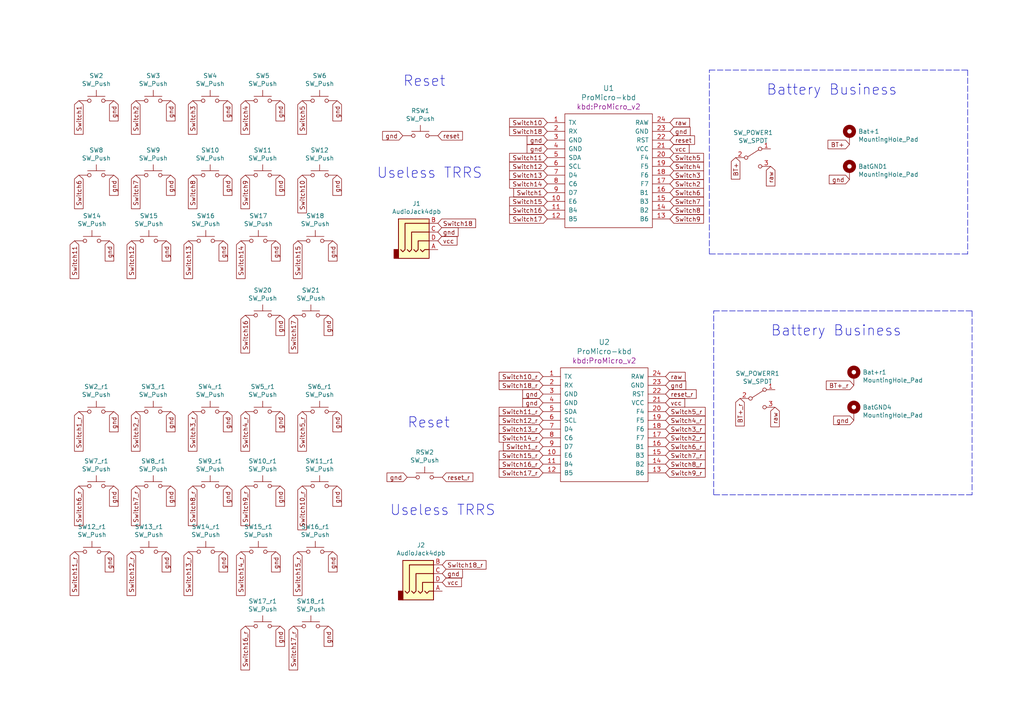
<source format=kicad_sch>
(kicad_sch (version 20250114) (generator "eeschema") (generator_version "9.0")
  (paper "A4")
  (title_block (title "Sweep V2") (date "2021-03-10") (rev "0.1") (company "broomlabs"))
  (lib_symbols
    (symbol "Mechanical:MountingHole_Pad" (pin_numbers (hide yes)) (pin_names (offset 1.016) (hide yes))
      (property "Reference" "H" (at 0 6.35 0))
      (property "Value" "MountingHole_Pad" (at 0 4.445 0))
      (symbol "MountingHole_Pad_0_1"
        (circle (center 0 1.27) (radius 1.27) (stroke (width 1.27)))
      )
      (symbol "MountingHole_Pad_1_1"
        (pin input line (at 0 -2.54 90) (length 2.54) (name "1") (number "1"))
      )
    )
    (symbol "Switch:SW_Push" (pin_numbers (hide yes)) (pin_names (offset 1.016) (hide yes))
      (property "Reference" "SW" (at 1.27 2.54 0))
      (property "Value" "SW_Push" (at 0 -1.524 0))
      (symbol "SW_Push_0_1"
        (circle (center -2.032 0) (radius 0.508))
        (polyline (pts (xy 0 1.27) (xy 0 3.048)))
        (circle (center 2.032 0) (radius 0.508))
        (polyline (pts (xy 2.54 1.27) (xy -2.54 1.27)))
        (pin passive line (at -5.08 0 0) (length 2.54) (name "1") (number "1"))
        (pin passive line (at 5.08 0 180) (length 2.54) (name "2") (number "2"))
      )
    )
    (symbol "Switch:SW_SPDT" (pin_names (offset 0) (hide yes))
      (property "Reference" "SW" (at 0 4.318 0))
      (property "Value" "SW_SPDT" (at 0 -5.08 0))
      (symbol "SW_SPDT_0_0"
        (circle (center -2.032 0) (radius 0.508))
        (circle (center 2.032 -2.54) (radius 0.508))
      )
      (symbol "SW_SPDT_0_1"
        (polyline (pts (xy -1.524 0.254) (xy 1.651 2.286)))
        (circle (center 2.032 2.54) (radius 0.508))
      )
      (symbol "SW_SPDT_1_1"
        (pin passive line (at -5.08 0 0) (length 2.54) (name "B") (number "2"))
        (pin passive line (at 5.08 2.54 180) (length 2.54) (name "A") (number "1"))
        (pin passive line (at 5.08 -2.54 180) (length 2.54) (name "C") (number "3"))
      )
    )
    (symbol "half-swept-rescue:AudioJack4dpb-tokas_bp"
      (property "Reference" "J" (at 0 8.89 0))
      (property "Value" "AudioJack4dpb-tokas_bp" (at 0 6.35 0))
      (symbol "AudioJack4dpb-tokas_bp_0_1"
        (rectangle (start -6.35 -5.08) (end -7.62 -7.62) (stroke (width 0.254)) (fill (type outline)))
        (polyline (pts (xy -5.715 -5.08) (xy -5.08 -5.715) (xy -4.445 -5.08) (xy -4.445 2.54) (xy 2.54 2.54)) (stroke (width 0.254)))
        (polyline (pts (xy -1.905 -5.08) (xy -1.27 -5.715) (xy -0.635 -5.08) (xy -0.635 -2.54) (xy 2.54 -2.54)) (stroke (width 0.254)))
        (polyline (pts (xy 0 -5.08) (xy 0.635 -5.715) (xy 1.27 -5.08) (xy 2.54 -5.08)) (stroke (width 0.254)))
        (rectangle (start 2.54 3.81) (end -6.35 -7.62) (stroke (width 0.254)) (fill (type background)))
        (polyline (pts (xy 2.54 0) (xy -2.54 0) (xy -2.54 -5.08) (xy -3.175 -5.715) (xy -3.81 -5.08)) (stroke (width 0.254)))
      )
      (symbol "AudioJack4dpb-tokas_bp_1_1"
        (pin passive line (at 5.08 2.54 180) (length 2.54) (name "~") (number "B"))
        (pin passive line (at 5.08 0 180) (length 2.54) (name "~") (number "C"))
        (pin passive line (at 5.08 -2.54 180) (length 2.54) (name "~") (number "D"))
        (pin passive line (at 5.08 -5.08 180) (length 2.54) (name "~") (number "A"))
      )
    )
    (symbol "half-swept-rescue:ProMicro-kbd-bigblackpill-34key-rescue-sweepv2-rescue" (pin_names (offset 1.016))
      (property "Reference" "U" (at 0 24.13 0))
      (property "Value" "ProMicro-kbd-bigblackpill-34key-rescue-sweepv2-rescue" (at 0 -13.97 0))
      (symbol "ProMicro-kbd-bigblackpill-34key-rescue-sweepv2-rescue_0_1"
        (rectangle (start -12.7 21.59) (end 12.7 -11.43))
      )
      (symbol "ProMicro-kbd-bigblackpill-34key-rescue-sweepv2-rescue_1_1"
        (pin bidirectional line (at -17.78 19.05 0) (length 5.08) (name "TX") (number "1"))
        (pin bidirectional line (at -17.78 16.51 0) (length 5.08) (name "RX") (number "2"))
        (pin power_in line (at -17.78 13.97 0) (length 5.08) (name "GND") (number "3"))
        (pin power_in line (at -17.78 11.43 0) (length 5.08) (name "GND") (number "4"))
        (pin bidirectional line (at -17.78 8.89 0) (length 5.08) (name "SDA") (number "5"))
        (pin bidirectional line (at -17.78 6.35 0) (length 5.08) (name "SCL") (number "6"))
        (pin bidirectional line (at -17.78 3.81 0) (length 5.08) (name "D4") (number "7"))
        (pin bidirectional line (at -17.78 1.27 0) (length 5.08) (name "C6") (number "8"))
        (pin bidirectional line (at -17.78 -1.27 0) (length 5.08) (name "D7") (number "9"))
        (pin bidirectional line (at -17.78 -3.81 0) (length 5.08) (name "E6") (number "10"))
        (pin bidirectional line (at -17.78 -6.35 0) (length 5.08) (name "B4") (number "11"))
        (pin bidirectional line (at -17.78 -8.89 0) (length 5.08) (name "B5") (number "12"))
        (pin power_out line (at 17.78 19.05 180) (length 5.08) (name "RAW") (number "24"))
        (pin power_in line (at 17.78 16.51 180) (length 5.08) (name "GND") (number "23"))
        (pin input line (at 17.78 13.97 180) (length 5.08) (name "RST") (number "22"))
        (pin power_in line (at 17.78 11.43 180) (length 5.08) (name "VCC") (number "21"))
        (pin bidirectional line (at 17.78 8.89 180) (length 5.08) (name "F4") (number "20"))
        (pin bidirectional line (at 17.78 6.35 180) (length 5.08) (name "F5") (number "19"))
        (pin bidirectional line (at 17.78 3.81 180) (length 5.08) (name "F6") (number "18"))
        (pin bidirectional line (at 17.78 1.27 180) (length 5.08) (name "F7") (number "17"))
        (pin bidirectional line (at 17.78 -1.27 180) (length 5.08) (name "B1") (number "16"))
        (pin bidirectional line (at 17.78 -3.81 180) (length 5.08) (name "B3") (number "15"))
        (pin bidirectional line (at 17.78 -6.35 180) (length 5.08) (name "B2") (number "14"))
        (pin bidirectional line (at 17.78 -8.89 180) (length 5.08) (name "B6") (number "13"))
      )
    )
  )
  (text "Reset" (at 118.11 124.46 0) (effects (font (size 2.9972 2.9972)) (justify left bottom)))
  (text "Battery Business" (at 223.52 97.79 0) (effects (font (size 2.9972 2.9972)) (justify left bottom)))
  (text "Useless TRRS\n" (at 113.03 149.86 0) (effects (font (size 2.9972 2.9972)) (justify left bottom)))
  (text "Reset" (at 116.84 25.4 0) (effects (font (size 2.9972 2.9972)) (justify left bottom)))
  (text "Useless TRRS\n" (at 109.22 52.07 0) (effects (font (size 2.9972 2.9972)) (justify left bottom)))
  (text "Battery Business" (at 222.25 27.94 0) (effects (font (size 2.9972 2.9972)) (justify left bottom)))
  (polyline (pts (xy 280.67 73.66) (xy 205.74 73.66)) (stroke (width 0) (type dash)))
  (polyline (pts (xy 281.94 90.17) (xy 281.94 143.51)) (stroke (width 0) (type dash)))
  (polyline (pts (xy 205.74 73.66) (xy 205.74 20.32)) (stroke (width 0) (type dash)))
  (polyline (pts (xy 280.67 20.32) (xy 280.67 73.66)) (stroke (width 0) (type dash)))
  (polyline (pts (xy 207.01 143.51) (xy 207.01 90.17)) (stroke (width 0) (type dash)))
  (polyline (pts (xy 207.01 90.17) (xy 281.94 90.17)) (stroke (width 0) (type dash)))
  (polyline (pts (xy 281.94 143.51) (xy 207.01 143.51)) (stroke (width 0) (type dash)))
  (polyline (pts (xy 205.74 20.32) (xy 280.67 20.32)) (stroke (width 0) (type dash)))
  (global_label "gnd" (shape input) (at 81.28 181.61 270) (property "Intersheetrefs" "${INTERSHEET_REFS}" (effects (hide yes))))
  (global_label "BT+" (shape input) (at 246.38 41.91 180) (property "Intersheetrefs" "${INTERSHEET_REFS}" (effects (hide yes))))
  (global_label "Switch1_r" (shape input) (at 22.86 119.38 270) (property "Intersheetrefs" "${INTERSHEET_REFS}" (effects (hide yes))))
  (global_label "vcc" (shape input) (at 127 69.85 0) (property "Intersheetrefs" "${INTERSHEET_REFS}" (effects (hide yes))))
  (global_label "Switch18_r" (shape input) (at 157.48 111.76 180) (property "Intersheetrefs" "${INTERSHEET_REFS}" (effects (hide yes))))
  (global_label "Switch10_r" (shape input) (at 157.48 109.22 180) (property "Intersheetrefs" "${INTERSHEET_REFS}" (effects (hide yes))))
  (global_label "Switch8_r" (shape input) (at 193.04 134.62 0) (property "Intersheetrefs" "${INTERSHEET_REFS}" (effects (hide yes))))
  (global_label "gnd" (shape input) (at 128.27 166.37 0) (property "Intersheetrefs" "${INTERSHEET_REFS}" (effects (hide yes))))
  (global_label "Switch10" (shape input) (at 87.63 50.8 270) (property "Intersheetrefs" "${INTERSHEET_REFS}" (effects (hide yes))))
  (global_label "Switch6" (shape input) (at 22.86 50.8 270) (property "Intersheetrefs" "${INTERSHEET_REFS}" (effects (hide yes))))
  (global_label "Switch6_r" (shape input) (at 193.04 129.54 0) (property "Intersheetrefs" "${INTERSHEET_REFS}" (effects (hide yes))))
  (global_label "gnd" (shape input) (at 158.75 40.64 180) (property "Intersheetrefs" "${INTERSHEET_REFS}" (effects (hide yes))))
  (global_label "gnd" (shape input) (at 96.52 69.85 270) (property "Intersheetrefs" "${INTERSHEET_REFS}" (effects (hide yes))))
  (global_label "Switch4" (shape input) (at 194.31 48.26 0) (property "Intersheetrefs" "${INTERSHEET_REFS}" (effects (hide yes))))
  (global_label "reset_r" (shape input) (at 128.27 138.43 0) (property "Intersheetrefs" "${INTERSHEET_REFS}" (effects (hide yes))))
  (global_label "Switch8_r" (shape input) (at 55.88 140.97 270) (property "Intersheetrefs" "${INTERSHEET_REFS}" (effects (hide yes))))
  (global_label "gnd" (shape input) (at 48.26 160.02 270) (property "Intersheetrefs" "${INTERSHEET_REFS}" (effects (hide yes))))
  (global_label "Switch4_r" (shape input) (at 71.12 119.38 270) (property "Intersheetrefs" "${INTERSHEET_REFS}" (effects (hide yes))))
  (global_label "Switch15" (shape input) (at 158.75 58.42 180) (property "Intersheetrefs" "${INTERSHEET_REFS}" (effects (hide yes))))
  (global_label "gnd" (shape input) (at 66.04 50.8 270) (property "Intersheetrefs" "${INTERSHEET_REFS}" (effects (hide yes))))
  (global_label "Switch18" (shape input) (at 127 64.77 0) (property "Intersheetrefs" "${INTERSHEET_REFS}" (effects (hide yes))))
  (global_label "Switch3_r" (shape input) (at 55.88 119.38 270) (property "Intersheetrefs" "${INTERSHEET_REFS}" (effects (hide yes))))
  (global_label "gnd" (shape input) (at 95.25 181.61 270) (property "Intersheetrefs" "${INTERSHEET_REFS}" (effects (hide yes))))
  (global_label "gnd" (shape input) (at 81.28 91.44 270) (property "Intersheetrefs" "${INTERSHEET_REFS}" (effects (hide yes))))
  (global_label "Switch7_r" (shape input) (at 39.37 140.97 270) (property "Intersheetrefs" "${INTERSHEET_REFS}" (effects (hide yes))))
  (global_label "raw" (shape input) (at 224.79 118.11 270) (property "Intersheetrefs" "${INTERSHEET_REFS}" (effects (hide yes))))
  (global_label "gnd" (shape input) (at 33.02 119.38 270) (property "Intersheetrefs" "${INTERSHEET_REFS}" (effects (hide yes))))
  (global_label "gnd" (shape input) (at 33.02 140.97 270) (property "Intersheetrefs" "${INTERSHEET_REFS}" (effects (hide yes))))
  (global_label "gnd" (shape input) (at 80.01 69.85 270) (property "Intersheetrefs" "${INTERSHEET_REFS}" (effects (hide yes))))
  (global_label "Switch17" (shape input) (at 158.75 63.5 180) (property "Intersheetrefs" "${INTERSHEET_REFS}" (effects (hide yes))))
  (global_label "gnd" (shape input) (at 80.01 160.02 270) (property "Intersheetrefs" "${INTERSHEET_REFS}" (effects (hide yes))))
  (global_label "Switch1" (shape input) (at 158.75 55.88 180) (property "Intersheetrefs" "${INTERSHEET_REFS}" (effects (hide yes))))
  (global_label "Switch5" (shape input) (at 87.63 29.21 270) (property "Intersheetrefs" "${INTERSHEET_REFS}" (effects (hide yes))))
  (global_label "Switch12" (shape input) (at 158.75 48.26 180) (property "Intersheetrefs" "${INTERSHEET_REFS}" (effects (hide yes))))
  (global_label "Switch15_r" (shape input) (at 86.36 160.02 270) (property "Intersheetrefs" "${INTERSHEET_REFS}" (effects (hide yes))))
  (global_label "gnd" (shape input) (at 66.04 119.38 270) (property "Intersheetrefs" "${INTERSHEET_REFS}" (effects (hide yes))))
  (global_label "Switch12" (shape input) (at 38.1 69.85 270) (property "Intersheetrefs" "${INTERSHEET_REFS}" (effects (hide yes))))
  (global_label "gnd" (shape input) (at 33.02 50.8 270) (property "Intersheetrefs" "${INTERSHEET_REFS}" (effects (hide yes))))
  (global_label "Switch9" (shape input) (at 71.12 50.8 270) (property "Intersheetrefs" "${INTERSHEET_REFS}" (effects (hide yes))))
  (global_label "Switch6" (shape input) (at 194.31 55.88 0) (property "Intersheetrefs" "${INTERSHEET_REFS}" (effects (hide yes))))
  (global_label "gnd" (shape input) (at 49.53 140.97 270) (property "Intersheetrefs" "${INTERSHEET_REFS}" (effects (hide yes))))
  (global_label "reset" (shape input) (at 194.31 40.64 0) (property "Intersheetrefs" "${INTERSHEET_REFS}" (effects (hide yes))))
  (global_label "Switch7_r" (shape input) (at 193.04 132.08 0) (property "Intersheetrefs" "${INTERSHEET_REFS}" (effects (hide yes))))
  (global_label "reset" (shape input) (at 127 39.37 0) (property "Intersheetrefs" "${INTERSHEET_REFS}" (effects (hide yes))))
  (global_label "Switch17_r" (shape input) (at 157.48 137.16 180) (property "Intersheetrefs" "${INTERSHEET_REFS}" (effects (hide yes))))
  (global_label "Switch2" (shape input) (at 194.31 53.34 0) (property "Intersheetrefs" "${INTERSHEET_REFS}" (effects (hide yes))))
  (global_label "Switch5_r" (shape input) (at 193.04 119.38 0) (property "Intersheetrefs" "${INTERSHEET_REFS}" (effects (hide yes))))
  (global_label "Switch15" (shape input) (at 86.36 69.85 270) (property "Intersheetrefs" "${INTERSHEET_REFS}" (effects (hide yes))))
  (global_label "raw" (shape input) (at 223.52 48.26 270) (property "Intersheetrefs" "${INTERSHEET_REFS}" (effects (hide yes))))
  (global_label "Switch3_r" (shape input) (at 193.04 124.46 0) (property "Intersheetrefs" "${INTERSHEET_REFS}" (effects (hide yes))))
  (global_label "gnd" (shape input) (at 247.65 121.92 180) (property "Intersheetrefs" "${INTERSHEET_REFS}" (effects (hide yes))))
  (global_label "Switch14_r" (shape input) (at 69.85 160.02 270) (property "Intersheetrefs" "${INTERSHEET_REFS}" (effects (hide yes))))
  (global_label "gnd" (shape input) (at 246.38 52.07 180) (property "Intersheetrefs" "${INTERSHEET_REFS}" (effects (hide yes))))
  (global_label "Switch17" (shape input) (at 85.09 91.44 270) (property "Intersheetrefs" "${INTERSHEET_REFS}" (effects (hide yes))))
  (global_label "gnd" (shape input) (at 31.75 160.02 270) (property "Intersheetrefs" "${INTERSHEET_REFS}" (effects (hide yes))))
  (global_label "Switch3" (shape input) (at 55.88 29.21 270) (property "Intersheetrefs" "${INTERSHEET_REFS}" (effects (hide yes))))
  (global_label "gnd" (shape input) (at 49.53 29.21 270) (property "Intersheetrefs" "${INTERSHEET_REFS}" (effects (hide yes))))
  (global_label "Switch1_r" (shape input) (at 157.48 129.54 180) (property "Intersheetrefs" "${INTERSHEET_REFS}" (effects (hide yes))))
  (global_label "gnd" (shape input) (at 97.79 119.38 270) (property "Intersheetrefs" "${INTERSHEET_REFS}" (effects (hide yes))))
  (global_label "gnd" (shape input) (at 97.79 140.97 270) (property "Intersheetrefs" "${INTERSHEET_REFS}" (effects (hide yes))))
  (global_label "Switch11" (shape input) (at 158.75 45.72 180) (property "Intersheetrefs" "${INTERSHEET_REFS}" (effects (hide yes))))
  (global_label "gnd" (shape input) (at 96.52 160.02 270) (property "Intersheetrefs" "${INTERSHEET_REFS}" (effects (hide yes))))
  (global_label "Switch7" (shape input) (at 194.31 58.42 0) (property "Intersheetrefs" "${INTERSHEET_REFS}" (effects (hide yes))))
  (global_label "Switch9" (shape input) (at 194.31 63.5 0) (property "Intersheetrefs" "${INTERSHEET_REFS}" (effects (hide yes))))
  (global_label "Switch7" (shape input) (at 39.37 50.8 270) (property "Intersheetrefs" "${INTERSHEET_REFS}" (effects (hide yes))))
  (global_label "Switch4_r" (shape input) (at 193.04 121.92 0) (property "Intersheetrefs" "${INTERSHEET_REFS}" (effects (hide yes))))
  (global_label "gnd" (shape input) (at 33.02 29.21 270) (property "Intersheetrefs" "${INTERSHEET_REFS}" (effects (hide yes))))
  (global_label "Switch2" (shape input) (at 39.37 29.21 270) (property "Intersheetrefs" "${INTERSHEET_REFS}" (effects (hide yes))))
  (global_label "Switch6_r" (shape input) (at 22.86 140.97 270) (property "Intersheetrefs" "${INTERSHEET_REFS}" (effects (hide yes))))
  (global_label "Switch1" (shape input) (at 22.86 29.21 270) (property "Intersheetrefs" "${INTERSHEET_REFS}" (effects (hide yes))))
  (global_label "gnd" (shape input) (at 66.04 140.97 270) (property "Intersheetrefs" "${INTERSHEET_REFS}" (effects (hide yes))))
  (global_label "Switch11_r" (shape input) (at 157.48 119.38 180) (property "Intersheetrefs" "${INTERSHEET_REFS}" (effects (hide yes))))
  (global_label "gnd" (shape input) (at 157.48 114.3 180) (property "Intersheetrefs" "${INTERSHEET_REFS}" (effects (hide yes))))
  (global_label "Switch13_r" (shape input) (at 157.48 124.46 180) (property "Intersheetrefs" "${INTERSHEET_REFS}" (effects (hide yes))))
  (global_label "Switch8" (shape input) (at 194.31 60.96 0) (property "Intersheetrefs" "${INTERSHEET_REFS}" (effects (hide yes))))
  (global_label "Switch17_r" (shape input) (at 85.09 181.61 270) (property "Intersheetrefs" "${INTERSHEET_REFS}" (effects (hide yes))))
  (global_label "gnd" (shape input) (at 64.77 69.85 270) (property "Intersheetrefs" "${INTERSHEET_REFS}" (effects (hide yes))))
  (global_label "reset_r" (shape input) (at 193.04 114.3 0) (property "Intersheetrefs" "${INTERSHEET_REFS}" (effects (hide yes))))
  (global_label "Switch12_r" (shape input) (at 38.1 160.02 270) (property "Intersheetrefs" "${INTERSHEET_REFS}" (effects (hide yes))))
  (global_label "Switch18" (shape input) (at 158.75 38.1 180) (property "Intersheetrefs" "${INTERSHEET_REFS}" (effects (hide yes))))
  (global_label "Switch14" (shape input) (at 158.75 53.34 180) (property "Intersheetrefs" "${INTERSHEET_REFS}" (effects (hide yes))))
  (global_label "BT+_r" (shape input) (at 214.63 115.57 270) (property "Intersheetrefs" "${INTERSHEET_REFS}" (effects (hide yes))))
  (global_label "gnd" (shape input) (at 31.75 69.85 270) (property "Intersheetrefs" "${INTERSHEET_REFS}" (effects (hide yes))))
  (global_label "gnd" (shape input) (at 49.53 50.8 270) (property "Intersheetrefs" "${INTERSHEET_REFS}" (effects (hide yes))))
  (global_label "gnd" (shape input) (at 97.79 29.21 270) (property "Intersheetrefs" "${INTERSHEET_REFS}" (effects (hide yes))))
  (global_label "Switch3" (shape input) (at 194.31 50.8 0) (property "Intersheetrefs" "${INTERSHEET_REFS}" (effects (hide yes))))
  (global_label "gnd" (shape input) (at 158.75 43.18 180) (property "Intersheetrefs" "${INTERSHEET_REFS}" (effects (hide yes))))
  (global_label "Switch16_r" (shape input) (at 71.12 181.61 270) (property "Intersheetrefs" "${INTERSHEET_REFS}" (effects (hide yes))))
  (global_label "Switch16_r" (shape input) (at 157.48 134.62 180) (property "Intersheetrefs" "${INTERSHEET_REFS}" (effects (hide yes))))
  (global_label "Switch2_r" (shape input) (at 39.37 119.38 270) (property "Intersheetrefs" "${INTERSHEET_REFS}" (effects (hide yes))))
  (global_label "Switch16" (shape input) (at 71.12 91.44 270) (property "Intersheetrefs" "${INTERSHEET_REFS}" (effects (hide yes))))
  (global_label "Switch18_r" (shape input) (at 128.27 163.83 0) (property "Intersheetrefs" "${INTERSHEET_REFS}" (effects (hide yes))))
  (global_label "Switch4" (shape input) (at 71.12 29.21 270) (property "Intersheetrefs" "${INTERSHEET_REFS}" (effects (hide yes))))
  (global_label "gnd" (shape input) (at 118.11 138.43 180) (property "Intersheetrefs" "${INTERSHEET_REFS}" (effects (hide yes))))
  (global_label "Switch10" (shape input) (at 158.75 35.56 180) (property "Intersheetrefs" "${INTERSHEET_REFS}" (effects (hide yes))))
  (global_label "Switch15_r" (shape input) (at 157.48 132.08 180) (property "Intersheetrefs" "${INTERSHEET_REFS}" (effects (hide yes))))
  (global_label "gnd" (shape input) (at 127 67.31 0) (property "Intersheetrefs" "${INTERSHEET_REFS}" (effects (hide yes))))
  (global_label "gnd" (shape input) (at 97.79 50.8 270) (property "Intersheetrefs" "${INTERSHEET_REFS}" (effects (hide yes))))
  (global_label "gnd" (shape input) (at 81.28 140.97 270) (property "Intersheetrefs" "${INTERSHEET_REFS}" (effects (hide yes))))
  (global_label "Switch9_r" (shape input) (at 71.12 140.97 270) (property "Intersheetrefs" "${INTERSHEET_REFS}" (effects (hide yes))))
  (global_label "Switch16" (shape input) (at 158.75 60.96 180) (property "Intersheetrefs" "${INTERSHEET_REFS}" (effects (hide yes))))
  (global_label "BT+_r" (shape input) (at 247.65 111.76 180) (property "Intersheetrefs" "${INTERSHEET_REFS}" (effects (hide yes))))
  (global_label "Switch8" (shape input) (at 55.88 50.8 270) (property "Intersheetrefs" "${INTERSHEET_REFS}" (effects (hide yes))))
  (global_label "Switch13" (shape input) (at 158.75 50.8 180) (property "Intersheetrefs" "${INTERSHEET_REFS}" (effects (hide yes))))
  (global_label "Switch11" (shape input) (at 21.59 69.85 270) (property "Intersheetrefs" "${INTERSHEET_REFS}" (effects (hide yes))))
  (global_label "Switch14" (shape input) (at 69.85 69.85 270) (property "Intersheetrefs" "${INTERSHEET_REFS}" (effects (hide yes))))
  (global_label "Switch5_r" (shape input) (at 87.63 119.38 270) (property "Intersheetrefs" "${INTERSHEET_REFS}" (effects (hide yes))))
  (global_label "Switch9_r" (shape input) (at 193.04 137.16 0) (property "Intersheetrefs" "${INTERSHEET_REFS}" (effects (hide yes))))
  (global_label "gnd" (shape input) (at 48.26 69.85 270) (property "Intersheetrefs" "${INTERSHEET_REFS}" (effects (hide yes))))
  (global_label "gnd" (shape input) (at 66.04 29.21 270) (property "Intersheetrefs" "${INTERSHEET_REFS}" (effects (hide yes))))
  (global_label "Switch13_r" (shape input) (at 54.61 160.02 270) (property "Intersheetrefs" "${INTERSHEET_REFS}" (effects (hide yes))))
  (global_label "Switch14_r" (shape input) (at 157.48 127 180) (property "Intersheetrefs" "${INTERSHEET_REFS}" (effects (hide yes))))
  (global_label "Switch13" (shape input) (at 54.61 69.85 270) (property "Intersheetrefs" "${INTERSHEET_REFS}" (effects (hide yes))))
  (global_label "gnd" (shape input) (at 49.53 119.38 270) (property "Intersheetrefs" "${INTERSHEET_REFS}" (effects (hide yes))))
  (global_label "Switch2_r" (shape input) (at 193.04 127 0) (property "Intersheetrefs" "${INTERSHEET_REFS}" (effects (hide yes))))
  (global_label "gnd" (shape input) (at 157.48 116.84 180) (property "Intersheetrefs" "${INTERSHEET_REFS}" (effects (hide yes))))
  (global_label "Switch10_r" (shape input) (at 87.63 140.97 270) (property "Intersheetrefs" "${INTERSHEET_REFS}" (effects (hide yes))))
  (global_label "vcc" (shape input) (at 128.27 168.91 0) (property "Intersheetrefs" "${INTERSHEET_REFS}" (effects (hide yes))))
  (global_label "gnd" (shape input) (at 95.25 91.44 270) (property "Intersheetrefs" "${INTERSHEET_REFS}" (effects (hide yes))))
  (global_label "gnd" (shape input) (at 81.28 119.38 270) (property "Intersheetrefs" "${INTERSHEET_REFS}" (effects (hide yes))))
  (global_label "gnd" (shape input) (at 81.28 50.8 270) (property "Intersheetrefs" "${INTERSHEET_REFS}" (effects (hide yes))))
  (global_label "Switch12_r" (shape input) (at 157.48 121.92 180) (property "Intersheetrefs" "${INTERSHEET_REFS}" (effects (hide yes))))
  (global_label "BT+" (shape input) (at 213.36 45.72 270) (property "Intersheetrefs" "${INTERSHEET_REFS}" (effects (hide yes))))
  (global_label "gnd" (shape input) (at 64.77 160.02 270) (property "Intersheetrefs" "${INTERSHEET_REFS}" (effects (hide yes))))
  (global_label "gnd" (shape input) (at 116.84 39.37 180) (property "Intersheetrefs" "${INTERSHEET_REFS}" (effects (hide yes))))
  (global_label "raw" (shape input) (at 193.04 109.22 0) (property "Intersheetrefs" "${INTERSHEET_REFS}" (effects (hide yes))))
  (global_label "raw" (shape input) (at 194.31 35.56 0) (property "Intersheetrefs" "${INTERSHEET_REFS}" (effects (hide yes))))
  (global_label "gnd" (shape input) (at 193.04 111.76 0) (property "Intersheetrefs" "${INTERSHEET_REFS}" (effects (hide yes))))
  (global_label "vcc" (shape input) (at 194.31 43.18 0) (property "Intersheetrefs" "${INTERSHEET_REFS}" (effects (hide yes))))
  (global_label "gnd" (shape input) (at 194.31 38.1 0) (property "Intersheetrefs" "${INTERSHEET_REFS}" (effects (hide yes))))
  (global_label "gnd" (shape input) (at 81.28 29.21 270) (property "Intersheetrefs" "${INTERSHEET_REFS}" (effects (hide yes))))
  (global_label "Switch11_r" (shape input) (at 21.59 160.02 270) (property "Intersheetrefs" "${INTERSHEET_REFS}" (effects (hide yes))))
  (global_label "Switch5" (shape input) (at 194.31 45.72 0) (property "Intersheetrefs" "${INTERSHEET_REFS}" (effects (hide yes))))
  (global_label "vcc" (shape input) (at 193.04 116.84 0) (property "Intersheetrefs" "${INTERSHEET_REFS}" (effects (hide yes))))
  (symbol (lib_id "Mechanical:MountingHole_Pad") (at 246.38 39.37 0) (unit 1)
    (property "Reference" "Bat+1" (at 248.92 38.1254 0) (effects (justify left)))
    (property "Value" "MountingHole_Pad" (at 248.92 40.4368 0) (effects (justify left)))
    (property "Footprint" "kbd:1pin_conn" (effects (hide yes)))
  )
  (symbol (lib_id "Mechanical:MountingHole_Pad") (at 246.38 49.53 0) (unit 1)
    (property "Reference" "BatGND1" (at 248.92 48.2854 0) (effects (justify left)))
    (property "Value" "MountingHole_Pad" (at 248.92 50.5968 0) (effects (justify left)))
    (property "Footprint" "kbd:1pin_conn" (effects (hide yes)))
  )
  (symbol (lib_id "half-swept-rescue:ProMicro-kbd-bigblackpill-34key-rescue-sweepv2-rescue") (at 176.53 54.61 0) (unit 1)
    (property "Reference" "U1" (at 176.53 25.5778 0) (effects (font (size 1.524 1.524))))
    (property "Value" "ProMicro-kbd" (at 176.53 28.2702 0) (effects (font (size 1.524 1.524))))
    (property "Footprint" "kbd:ProMicro_v2" (at 176.53 30.9626 0) (effects (font (size 1.524 1.524))))
  )
  (symbol (lib_id "Switch:SW_Push") (at 27.94 29.21 0) (unit 1)
    (property "Reference" "SW2" (at 27.94 21.971 0))
    (property "Value" "SW_Push" (at 27.94 24.2824 0))
    (property "Footprint" "Kailh:SW_PG1350_rev_DPB" (effects (hide yes)))
  )
  (symbol (lib_id "Switch:SW_Push") (at 44.45 29.21 0) (unit 1)
    (property "Reference" "SW3" (at 44.45 21.971 0))
    (property "Value" "SW_Push" (at 44.45 24.2824 0))
    (property "Footprint" "Kailh:SW_PG1350_rev_DPB" (effects (hide yes)))
  )
  (symbol (lib_id "Switch:SW_Push") (at 60.96 29.21 0) (unit 1)
    (property "Reference" "SW4" (at 60.96 21.971 0))
    (property "Value" "SW_Push" (at 60.96 24.2824 0))
    (property "Footprint" "Kailh:SW_PG1350_rev_DPB" (effects (hide yes)))
  )
  (symbol (lib_id "Switch:SW_Push") (at 76.2 29.21 0) (unit 1)
    (property "Reference" "SW5" (at 76.2 21.971 0))
    (property "Value" "SW_Push" (at 76.2 24.2824 0))
    (property "Footprint" "Kailh:SW_PG1350_rev_DPB" (effects (hide yes)))
  )
  (symbol (lib_id "Switch:SW_Push") (at 92.71 29.21 0) (unit 1)
    (property "Reference" "SW6" (at 92.71 21.971 0))
    (property "Value" "SW_Push" (at 92.71 24.2824 0))
    (property "Footprint" "Kailh:SW_PG1350_rev_DPB" (effects (hide yes)))
  )
  (symbol (lib_id "Switch:SW_Push") (at 76.2 91.44 0) (unit 1)
    (property "Reference" "SW20" (at 76.2 84.201 0))
    (property "Value" "SW_Push" (at 76.2 86.5124 0))
    (property "Footprint" "Kailh:SW_PG1350_rev_DPB" (effects (hide yes)))
  )
  (symbol (lib_id "Switch:SW_Push") (at 90.17 91.44 0) (unit 1)
    (property "Reference" "SW21" (at 90.17 84.201 0))
    (property "Value" "SW_Push" (at 90.17 86.5124 0))
    (property "Footprint" "Kailh:SW_PG1350_rev_DPB" (effects (hide yes)))
  )
  (symbol (lib_id "Switch:SW_Push") (at 27.94 50.8 0) (unit 1)
    (property "Reference" "SW8" (at 27.94 43.561 0))
    (property "Value" "SW_Push" (at 27.94 45.8724 0))
    (property "Footprint" "Kailh:SW_PG1350_rev_DPB" (effects (hide yes)))
  )
  (symbol (lib_id "Switch:SW_Push") (at 44.45 50.8 0) (unit 1)
    (property "Reference" "SW9" (at 44.45 43.561 0))
    (property "Value" "SW_Push" (at 44.45 45.8724 0))
    (property "Footprint" "Kailh:SW_PG1350_rev_DPB" (effects (hide yes)))
  )
  (symbol (lib_id "Switch:SW_Push") (at 60.96 50.8 0) (unit 1)
    (property "Reference" "SW10" (at 60.96 43.561 0))
    (property "Value" "SW_Push" (at 60.96 45.8724 0))
    (property "Footprint" "Kailh:SW_PG1350_rev_DPB" (effects (hide yes)))
  )
  (symbol (lib_id "Switch:SW_Push") (at 76.2 50.8 0) (unit 1)
    (property "Reference" "SW11" (at 76.2 43.561 0))
    (property "Value" "SW_Push" (at 76.2 45.8724 0))
    (property "Footprint" "Kailh:SW_PG1350_rev_DPB" (effects (hide yes)))
  )
  (symbol (lib_id "Switch:SW_Push") (at 92.71 50.8 0) (unit 1)
    (property "Reference" "SW12" (at 92.71 43.561 0))
    (property "Value" "SW_Push" (at 92.71 45.8724 0))
    (property "Footprint" "Kailh:SW_PG1350_rev_DPB" (effects (hide yes)))
  )
  (symbol (lib_id "Switch:SW_Push") (at 26.67 69.85 0) (unit 1)
    (property "Reference" "SW14" (at 26.67 62.611 0))
    (property "Value" "SW_Push" (at 26.67 64.9224 0))
    (property "Footprint" "Kailh:SW_PG1350_rev_DPB" (effects (hide yes)))
  )
  (symbol (lib_id "Switch:SW_Push") (at 43.18 69.85 0) (unit 1)
    (property "Reference" "SW15" (at 43.18 62.611 0))
    (property "Value" "SW_Push" (at 43.18 64.9224 0))
    (property "Footprint" "Kailh:SW_PG1350_rev_DPB" (effects (hide yes)))
  )
  (symbol (lib_id "Switch:SW_Push") (at 59.69 69.85 0) (unit 1)
    (property "Reference" "SW16" (at 59.69 62.611 0))
    (property "Value" "SW_Push" (at 59.69 64.9224 0))
    (property "Footprint" "Kailh:SW_PG1350_rev_DPB" (effects (hide yes)))
  )
  (symbol (lib_id "Switch:SW_Push") (at 74.93 69.85 0) (unit 1)
    (property "Reference" "SW17" (at 74.93 62.611 0))
    (property "Value" "SW_Push" (at 74.93 64.9224 0))
    (property "Footprint" "Kailh:SW_PG1350_rev_DPB" (effects (hide yes)))
  )
  (symbol (lib_id "Switch:SW_Push") (at 91.44 69.85 0) (unit 1)
    (property "Reference" "SW18" (at 91.44 62.611 0))
    (property "Value" "SW_Push" (at 91.44 64.9224 0))
    (property "Footprint" "Kailh:SW_PG1350_rev_DPB" (effects (hide yes)))
  )
  (symbol (lib_id "Switch:SW_Push") (at 121.92 39.37 0) (unit 1)
    (property "Reference" "RSW1" (at 121.92 32.131 0))
    (property "Value" "SW_Push" (at 121.92 34.4424 0))
    (property "Footprint" "kbd:ResetSW" (effects (hide yes)))
  )
  (symbol (lib_id "Switch:SW_SPDT") (at 218.44 45.72 0) (unit 1)
    (property "Reference" "SW_POWER1" (at 218.44 38.481 0))
    (property "Value" "SW_SPDT" (at 218.44 40.7924 0))
    (property "Footprint" "Kailh:SPDT_C128955" (effects (hide yes)))
  )
  (symbol (lib_id "half-swept-rescue:AudioJack4dpb-tokas_bp") (at 121.92 67.31 0) (unit 1)
    (property "Reference" "J1" (at 120.8278 59.055 0))
    (property "Value" "AudioJack4dpb" (at 120.8278 61.3664 0))
    (property "Footprint" "kbd:MJ-4PP-9" (effects (hide yes)))
  )
  (symbol (lib_id "Switch:SW_Push") (at 27.94 119.38 0) (unit 1)
    (property "Reference" "SW2_r1" (at 27.94 112.141 0))
    (property "Value" "SW_Push" (at 27.94 114.4524 0))
    (property "Footprint" "Kailh:SW_PG1350_rev_DPB" (effects (hide yes)))
  )
  (symbol (lib_id "Switch:SW_Push") (at 44.45 119.38 0) (unit 1)
    (property "Reference" "SW3_r1" (at 44.45 112.141 0))
    (property "Value" "SW_Push" (at 44.45 114.4524 0))
    (property "Footprint" "Kailh:SW_PG1350_rev_DPB" (effects (hide yes)))
  )
  (symbol (lib_id "Switch:SW_Push") (at 60.96 119.38 0) (unit 1)
    (property "Reference" "SW4_r1" (at 60.96 112.141 0))
    (property "Value" "SW_Push" (at 60.96 114.4524 0))
    (property "Footprint" "Kailh:SW_PG1350_rev_DPB" (effects (hide yes)))
  )
  (symbol (lib_id "Switch:SW_Push") (at 76.2 119.38 0) (unit 1)
    (property "Reference" "SW5_r1" (at 76.2 112.141 0))
    (property "Value" "SW_Push" (at 76.2 114.4524 0))
    (property "Footprint" "Kailh:SW_PG1350_rev_DPB" (effects (hide yes)))
  )
  (symbol (lib_id "Switch:SW_Push") (at 92.71 119.38 0) (unit 1)
    (property "Reference" "SW6_r1" (at 92.71 112.141 0))
    (property "Value" "SW_Push" (at 92.71 114.4524 0))
    (property "Footprint" "Kailh:SW_PG1350_rev_DPB" (effects (hide yes)))
  )
  (symbol (lib_id "Switch:SW_Push") (at 76.2 181.61 0) (unit 1)
    (property "Reference" "SW17_r1" (at 76.2 174.371 0))
    (property "Value" "SW_Push" (at 76.2 176.6824 0))
    (property "Footprint" "Kailh:SW_PG1350_rev_DPB" (effects (hide yes)))
  )
  (symbol (lib_id "Switch:SW_Push") (at 90.17 181.61 0) (unit 1)
    (property "Reference" "SW18_r1" (at 90.17 174.371 0))
    (property "Value" "SW_Push" (at 90.17 176.6824 0))
    (property "Footprint" "Kailh:SW_PG1350_rev_DPB" (effects (hide yes)))
  )
  (symbol (lib_id "Switch:SW_Push") (at 27.94 140.97 0) (unit 1)
    (property "Reference" "SW7_r1" (at 27.94 133.731 0))
    (property "Value" "SW_Push" (at 27.94 136.0424 0))
    (property "Footprint" "Kailh:SW_PG1350_rev_DPB" (effects (hide yes)))
  )
  (symbol (lib_id "Switch:SW_Push") (at 44.45 140.97 0) (unit 1)
    (property "Reference" "SW8_r1" (at 44.45 133.731 0))
    (property "Value" "SW_Push" (at 44.45 136.0424 0))
    (property "Footprint" "Kailh:SW_PG1350_rev_DPB" (effects (hide yes)))
  )
  (symbol (lib_id "Switch:SW_Push") (at 60.96 140.97 0) (unit 1)
    (property "Reference" "SW9_r1" (at 60.96 133.731 0))
    (property "Value" "SW_Push" (at 60.96 136.0424 0))
    (property "Footprint" "Kailh:SW_PG1350_rev_DPB" (effects (hide yes)))
  )
  (symbol (lib_id "Switch:SW_Push") (at 76.2 140.97 0) (unit 1)
    (property "Reference" "SW10_r1" (at 76.2 133.731 0))
    (property "Value" "SW_Push" (at 76.2 136.0424 0))
    (property "Footprint" "Kailh:SW_PG1350_rev_DPB" (effects (hide yes)))
  )
  (symbol (lib_id "Switch:SW_Push") (at 92.71 140.97 0) (unit 1)
    (property "Reference" "SW11_r1" (at 92.71 133.731 0))
    (property "Value" "SW_Push" (at 92.71 136.0424 0))
    (property "Footprint" "Kailh:SW_PG1350_rev_DPB" (effects (hide yes)))
  )
  (symbol (lib_id "Switch:SW_Push") (at 26.67 160.02 0) (unit 1)
    (property "Reference" "SW12_r1" (at 26.67 152.781 0))
    (property "Value" "SW_Push" (at 26.67 155.0924 0))
    (property "Footprint" "Kailh:SW_PG1350_rev_DPB" (effects (hide yes)))
  )
  (symbol (lib_id "Switch:SW_Push") (at 43.18 160.02 0) (unit 1)
    (property "Reference" "SW13_r1" (at 43.18 152.781 0))
    (property "Value" "SW_Push" (at 43.18 155.0924 0))
    (property "Footprint" "Kailh:SW_PG1350_rev_DPB" (effects (hide yes)))
  )
  (symbol (lib_id "Switch:SW_Push") (at 59.69 160.02 0) (unit 1)
    (property "Reference" "SW14_r1" (at 59.69 152.781 0))
    (property "Value" "SW_Push" (at 59.69 155.0924 0))
    (property "Footprint" "Kailh:SW_PG1350_rev_DPB" (effects (hide yes)))
  )
  (symbol (lib_id "Switch:SW_Push") (at 74.93 160.02 0) (unit 1)
    (property "Reference" "SW15_r1" (at 74.93 152.781 0))
    (property "Value" "SW_Push" (at 74.93 155.0924 0))
    (property "Footprint" "Kailh:SW_PG1350_rev_DPB" (effects (hide yes)))
  )
  (symbol (lib_id "Switch:SW_Push") (at 91.44 160.02 0) (unit 1)
    (property "Reference" "SW16_r1" (at 91.44 152.781 0))
    (property "Value" "SW_Push" (at 91.44 155.0924 0))
    (property "Footprint" "Kailh:SW_PG1350_rev_DPB" (effects (hide yes)))
  )
  (symbol (lib_id "half-swept-rescue:ProMicro-kbd-bigblackpill-34key-rescue-sweepv2-rescue") (at 175.26 128.27 0) (unit 1)
    (property "Reference" "U2" (at 175.26 99.2378 0) (effects (font (size 1.524 1.524))))
    (property "Value" "ProMicro-kbd" (at 175.26 101.9302 0) (effects (font (size 1.524 1.524))))
    (property "Footprint" "kbd:ProMicro_v2" (at 175.26 104.6226 0) (effects (font (size 1.524 1.524))))
  )
  (symbol (lib_id "Switch:SW_Push") (at 123.19 138.43 0) (unit 1)
    (property "Reference" "RSW2" (at 123.19 131.191 0))
    (property "Value" "SW_Push" (at 123.19 133.5024 0))
    (property "Footprint" "kbd:ResetSW" (effects (hide yes)))
  )
  (symbol (lib_id "half-swept-rescue:AudioJack4dpb-tokas_bp") (at 123.19 166.37 0) (unit 1)
    (property "Reference" "J2" (at 122.0978 158.115 0))
    (property "Value" "AudioJack4dpb" (at 122.0978 160.4264 0))
    (property "Footprint" "kbd:MJ-4PP-9" (effects (hide yes)))
  )
  (symbol (lib_id "Switch:SW_SPDT") (at 219.71 115.57 0) (unit 1)
    (property "Reference" "SW_POWERR1" (at 219.71 108.331 0))
    (property "Value" "SW_SPDT" (at 219.71 110.6424 0))
    (property "Footprint" "Kailh:SPDT_C128955" (effects (hide yes)))
  )
  (symbol (lib_id "Mechanical:MountingHole_Pad") (at 247.65 109.22 0) (unit 1)
    (property "Reference" "Bat+r1" (at 250.19 107.9754 0) (effects (justify left)))
    (property "Value" "MountingHole_Pad" (at 250.19 110.2868 0) (effects (justify left)))
    (property "Footprint" "kbd:1pin_conn" (effects (hide yes)))
  )
  (symbol (lib_id "Mechanical:MountingHole_Pad") (at 247.65 119.38 0) (unit 1)
    (property "Reference" "BatGND4" (at 250.19 118.1354 0) (effects (justify left)))
    (property "Value" "MountingHole_Pad" (at 250.19 120.4468 0) (effects (justify left)))
    (property "Footprint" "kbd:1pin_conn" (effects (hide yes)))
  )
)
</source>
